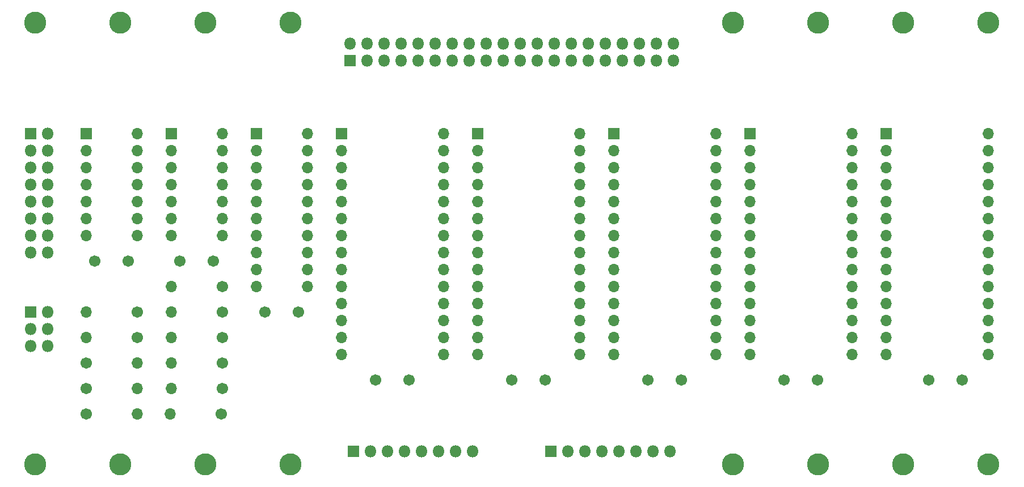
<source format=gts>
%TF.GenerationSoftware,KiCad,Pcbnew,(5.0.0)*%
%TF.CreationDate,2018-10-23T17:24:24+02:00*%
%TF.ProjectId,S80 Memory,533830204D656D6F72792E6B69636164,1.0*%
%TF.SameCoordinates,Original*%
%TF.FileFunction,Soldermask,Top*%
%TF.FilePolarity,Negative*%
%FSLAX46Y46*%
G04 Gerber Fmt 4.6, Leading zero omitted, Abs format (unit mm)*
G04 Created by KiCad (PCBNEW (5.0.0)) date 10/23/18 17:24:24*
%MOMM*%
%LPD*%
G01*
G04 APERTURE LIST*
%ADD10C,3.301600*%
%ADD11O,1.801600X1.801600*%
%ADD12R,1.801600X1.801600*%
%ADD13C,1.701600*%
%ADD14O,1.701600X1.701600*%
%ADD15R,1.701600X1.701600*%
G04 APERTURE END LIST*
D10*
X221032000Y-137100000D03*
X116892000Y-137100000D03*
X104192000Y-137100000D03*
X91492000Y-137100000D03*
X195632000Y-137100000D03*
X78792000Y-71060000D03*
X208332000Y-137100000D03*
X182932000Y-137100000D03*
X182932000Y-71060000D03*
X208332000Y-71060000D03*
X221032000Y-71060000D03*
X104192000Y-71060000D03*
X116892000Y-71060000D03*
X78792000Y-137100000D03*
X195632000Y-71060000D03*
X91492000Y-71060000D03*
D11*
X80645000Y-105410000D03*
X78105000Y-105410000D03*
X80645000Y-102870000D03*
X78105000Y-102870000D03*
X80645000Y-100330000D03*
X78105000Y-100330000D03*
X80645000Y-97790000D03*
X78105000Y-97790000D03*
X80645000Y-95250000D03*
X78105000Y-95250000D03*
X80645000Y-92710000D03*
X78105000Y-92710000D03*
X80645000Y-90170000D03*
X78105000Y-90170000D03*
X80645000Y-87630000D03*
D12*
X78105000Y-87630000D03*
D11*
X174015400Y-74168000D03*
X174015400Y-76708000D03*
X171475400Y-74168000D03*
X171475400Y-76708000D03*
X168935400Y-74168000D03*
X168935400Y-76708000D03*
X166395400Y-74168000D03*
X166395400Y-76708000D03*
X163855400Y-74168000D03*
X163855400Y-76708000D03*
X161315400Y-74168000D03*
X161315400Y-76708000D03*
X158775400Y-74168000D03*
X158775400Y-76708000D03*
X156235400Y-74168000D03*
X156235400Y-76708000D03*
X153695400Y-74168000D03*
X153695400Y-76708000D03*
X151155400Y-74168000D03*
X151155400Y-76708000D03*
X148615400Y-74168000D03*
X148615400Y-76708000D03*
X146075400Y-74168000D03*
X146075400Y-76708000D03*
X143535400Y-74168000D03*
X143535400Y-76708000D03*
X140995400Y-74168000D03*
X140995400Y-76708000D03*
X138455400Y-74168000D03*
X138455400Y-76708000D03*
X135915400Y-74168000D03*
X135915400Y-76708000D03*
X133375400Y-74168000D03*
X133375400Y-76708000D03*
X130835400Y-74168000D03*
X130835400Y-76708000D03*
X128295400Y-74168000D03*
X128295400Y-76708000D03*
X125755400Y-74168000D03*
D12*
X125755400Y-76708000D03*
D11*
X144018000Y-135178800D03*
X141478000Y-135178800D03*
X138938000Y-135178800D03*
X136398000Y-135178800D03*
X133858000Y-135178800D03*
X131318000Y-135178800D03*
X128778000Y-135178800D03*
D12*
X126238000Y-135178800D03*
X155702000Y-135178800D03*
D11*
X158242000Y-135178800D03*
X160782000Y-135178800D03*
X163322000Y-135178800D03*
X165862000Y-135178800D03*
X168402000Y-135178800D03*
X170942000Y-135178800D03*
X173482000Y-135178800D03*
D13*
X92630000Y-106680000D03*
X87630000Y-106680000D03*
X129540000Y-124460000D03*
X134540000Y-124460000D03*
X105330000Y-106680000D03*
X100330000Y-106680000D03*
X149860000Y-124460000D03*
X154860000Y-124460000D03*
X175180000Y-124460000D03*
X170180000Y-124460000D03*
X190500000Y-124460000D03*
X195500000Y-124460000D03*
X217090000Y-124460000D03*
X212090000Y-124460000D03*
X113030000Y-114300000D03*
X118030000Y-114300000D03*
D14*
X98904999Y-129540000D03*
D13*
X106524999Y-129540000D03*
X106680000Y-125730000D03*
D14*
X99060000Y-125730000D03*
X99060000Y-121920000D03*
D13*
X106680000Y-121920000D03*
D14*
X99060000Y-118110000D03*
D13*
X106680000Y-118110000D03*
X106680000Y-114300000D03*
D14*
X99060000Y-114300000D03*
D13*
X106680000Y-110490000D03*
D14*
X99060000Y-110490000D03*
X86360000Y-114300000D03*
D13*
X93980000Y-114300000D03*
D14*
X86360000Y-118110000D03*
D13*
X93980000Y-118110000D03*
D14*
X93980000Y-121920000D03*
D13*
X86360000Y-121920000D03*
X86360000Y-125730000D03*
D14*
X93980000Y-125730000D03*
X93980000Y-129540000D03*
D13*
X86360000Y-129540000D03*
D15*
X86360000Y-87630000D03*
D14*
X93980000Y-102870000D03*
X86360000Y-90170000D03*
X93980000Y-100330000D03*
X86360000Y-92710000D03*
X93980000Y-97790000D03*
X86360000Y-95250000D03*
X93980000Y-95250000D03*
X86360000Y-97790000D03*
X93980000Y-92710000D03*
X86360000Y-100330000D03*
X93980000Y-90170000D03*
X86360000Y-102870000D03*
X93980000Y-87630000D03*
X139700000Y-87630000D03*
X124460000Y-120650000D03*
X139700000Y-90170000D03*
X124460000Y-118110000D03*
X139700000Y-92710000D03*
X124460000Y-115570000D03*
X139700000Y-95250000D03*
X124460000Y-113030000D03*
X139700000Y-97790000D03*
X124460000Y-110490000D03*
X139700000Y-100330000D03*
X124460000Y-107950000D03*
X139700000Y-102870000D03*
X124460000Y-105410000D03*
X139700000Y-105410000D03*
X124460000Y-102870000D03*
X139700000Y-107950000D03*
X124460000Y-100330000D03*
X139700000Y-110490000D03*
X124460000Y-97790000D03*
X139700000Y-113030000D03*
X124460000Y-95250000D03*
X139700000Y-115570000D03*
X124460000Y-92710000D03*
X139700000Y-118110000D03*
X124460000Y-90170000D03*
X139700000Y-120650000D03*
D15*
X124460000Y-87630000D03*
X99060000Y-87630000D03*
D14*
X106680000Y-102870000D03*
X99060000Y-90170000D03*
X106680000Y-100330000D03*
X99060000Y-92710000D03*
X106680000Y-97790000D03*
X99060000Y-95250000D03*
X106680000Y-95250000D03*
X99060000Y-97790000D03*
X106680000Y-92710000D03*
X99060000Y-100330000D03*
X106680000Y-90170000D03*
X99060000Y-102870000D03*
X106680000Y-87630000D03*
D15*
X144780000Y-87630000D03*
D14*
X160020000Y-120650000D03*
X144780000Y-90170000D03*
X160020000Y-118110000D03*
X144780000Y-92710000D03*
X160020000Y-115570000D03*
X144780000Y-95250000D03*
X160020000Y-113030000D03*
X144780000Y-97790000D03*
X160020000Y-110490000D03*
X144780000Y-100330000D03*
X160020000Y-107950000D03*
X144780000Y-102870000D03*
X160020000Y-105410000D03*
X144780000Y-105410000D03*
X160020000Y-102870000D03*
X144780000Y-107950000D03*
X160020000Y-100330000D03*
X144780000Y-110490000D03*
X160020000Y-97790000D03*
X144780000Y-113030000D03*
X160020000Y-95250000D03*
X144780000Y-115570000D03*
X160020000Y-92710000D03*
X144780000Y-118110000D03*
X160020000Y-90170000D03*
X144780000Y-120650000D03*
X160020000Y-87630000D03*
X180340000Y-87630000D03*
X165100000Y-120650000D03*
X180340000Y-90170000D03*
X165100000Y-118110000D03*
X180340000Y-92710000D03*
X165100000Y-115570000D03*
X180340000Y-95250000D03*
X165100000Y-113030000D03*
X180340000Y-97790000D03*
X165100000Y-110490000D03*
X180340000Y-100330000D03*
X165100000Y-107950000D03*
X180340000Y-102870000D03*
X165100000Y-105410000D03*
X180340000Y-105410000D03*
X165100000Y-102870000D03*
X180340000Y-107950000D03*
X165100000Y-100330000D03*
X180340000Y-110490000D03*
X165100000Y-97790000D03*
X180340000Y-113030000D03*
X165100000Y-95250000D03*
X180340000Y-115570000D03*
X165100000Y-92710000D03*
X180340000Y-118110000D03*
X165100000Y-90170000D03*
X180340000Y-120650000D03*
D15*
X165100000Y-87630000D03*
X185420000Y-87630000D03*
D14*
X200660000Y-120650000D03*
X185420000Y-90170000D03*
X200660000Y-118110000D03*
X185420000Y-92710000D03*
X200660000Y-115570000D03*
X185420000Y-95250000D03*
X200660000Y-113030000D03*
X185420000Y-97790000D03*
X200660000Y-110490000D03*
X185420000Y-100330000D03*
X200660000Y-107950000D03*
X185420000Y-102870000D03*
X200660000Y-105410000D03*
X185420000Y-105410000D03*
X200660000Y-102870000D03*
X185420000Y-107950000D03*
X200660000Y-100330000D03*
X185420000Y-110490000D03*
X200660000Y-97790000D03*
X185420000Y-113030000D03*
X200660000Y-95250000D03*
X185420000Y-115570000D03*
X200660000Y-92710000D03*
X185420000Y-118110000D03*
X200660000Y-90170000D03*
X185420000Y-120650000D03*
X200660000Y-87630000D03*
D15*
X205740000Y-87630000D03*
D14*
X220980000Y-120650000D03*
X205740000Y-90170000D03*
X220980000Y-118110000D03*
X205740000Y-92710000D03*
X220980000Y-115570000D03*
X205740000Y-95250000D03*
X220980000Y-113030000D03*
X205740000Y-97790000D03*
X220980000Y-110490000D03*
X205740000Y-100330000D03*
X220980000Y-107950000D03*
X205740000Y-102870000D03*
X220980000Y-105410000D03*
X205740000Y-105410000D03*
X220980000Y-102870000D03*
X205740000Y-107950000D03*
X220980000Y-100330000D03*
X205740000Y-110490000D03*
X220980000Y-97790000D03*
X205740000Y-113030000D03*
X220980000Y-95250000D03*
X205740000Y-115570000D03*
X220980000Y-92710000D03*
X205740000Y-118110000D03*
X220980000Y-90170000D03*
X205740000Y-120650000D03*
X220980000Y-87630000D03*
D15*
X111760000Y-87630000D03*
D14*
X119380000Y-110490000D03*
X111760000Y-90170000D03*
X119380000Y-107950000D03*
X111760000Y-92710000D03*
X119380000Y-105410000D03*
X111760000Y-95250000D03*
X119380000Y-102870000D03*
X111760000Y-97790000D03*
X119380000Y-100330000D03*
X111760000Y-100330000D03*
X119380000Y-97790000D03*
X111760000Y-102870000D03*
X119380000Y-95250000D03*
X111760000Y-105410000D03*
X119380000Y-92710000D03*
X111760000Y-107950000D03*
X119380000Y-90170000D03*
X111760000Y-110490000D03*
X119380000Y-87630000D03*
D12*
X78105000Y-114300000D03*
D11*
X80645000Y-114300000D03*
X78105000Y-116840000D03*
X80645000Y-116840000D03*
X78105000Y-119380000D03*
X80645000Y-119380000D03*
M02*

</source>
